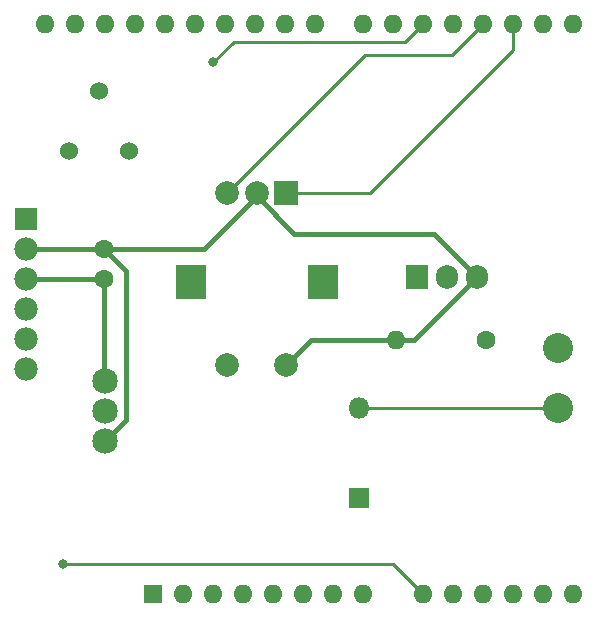
<source format=gbr>
%TF.GenerationSoftware,KiCad,Pcbnew,6.0.1-79c1e3a40b~116~ubuntu20.04.1*%
%TF.CreationDate,2022-01-29T19:32:22-05:00*%
%TF.ProjectId,Protogasm-Board-V2,50726f74-6f67-4617-936d-2d426f617264,rev?*%
%TF.SameCoordinates,Original*%
%TF.FileFunction,Copper,L1,Top*%
%TF.FilePolarity,Positive*%
%FSLAX46Y46*%
G04 Gerber Fmt 4.6, Leading zero omitted, Abs format (unit mm)*
G04 Created by KiCad (PCBNEW 6.0.1-79c1e3a40b~116~ubuntu20.04.1) date 2022-01-29 19:32:22*
%MOMM*%
%LPD*%
G01*
G04 APERTURE LIST*
%TA.AperFunction,ComponentPad*%
%ADD10C,1.600000*%
%TD*%
%TA.AperFunction,ComponentPad*%
%ADD11O,1.600000X1.600000*%
%TD*%
%TA.AperFunction,ComponentPad*%
%ADD12R,2.000000X2.000000*%
%TD*%
%TA.AperFunction,ComponentPad*%
%ADD13C,2.000000*%
%TD*%
%TA.AperFunction,ComponentPad*%
%ADD14R,2.500000X3.000000*%
%TD*%
%TA.AperFunction,ComponentPad*%
%ADD15R,1.905000X2.000000*%
%TD*%
%TA.AperFunction,ComponentPad*%
%ADD16O,1.905000X2.000000*%
%TD*%
%TA.AperFunction,ComponentPad*%
%ADD17C,2.159000*%
%TD*%
%TA.AperFunction,ComponentPad*%
%ADD18R,1.800000X1.800000*%
%TD*%
%TA.AperFunction,ComponentPad*%
%ADD19O,1.800000X1.800000*%
%TD*%
%TA.AperFunction,ComponentPad*%
%ADD20C,1.524000*%
%TD*%
%TA.AperFunction,ComponentPad*%
%ADD21C,2.540000*%
%TD*%
%TA.AperFunction,ComponentPad*%
%ADD22R,1.600000X1.600000*%
%TD*%
%TA.AperFunction,ComponentPad*%
%ADD23R,1.981200X1.981200*%
%TD*%
%TA.AperFunction,ComponentPad*%
%ADD24C,1.981200*%
%TD*%
%TA.AperFunction,ViaPad*%
%ADD25C,0.800000*%
%TD*%
%TA.AperFunction,Conductor*%
%ADD26C,0.381000*%
%TD*%
%TA.AperFunction,Conductor*%
%ADD27C,0.250000*%
%TD*%
G04 APERTURE END LIST*
D10*
%TO.P,R1,1*%
%TO.N,Net-(Q1-Pad1)*%
X165358000Y-100457000D03*
D11*
%TO.P,R1,2*%
%TO.N,GND*%
X157738000Y-100457000D03*
%TD*%
D12*
%TO.P,SW1,A,A*%
%TO.N,Net-(SW1-PadA)*%
X148416200Y-88011000D03*
D13*
%TO.P,SW1,B,B*%
%TO.N,Net-(SW1-PadB)*%
X143416200Y-88011000D03*
%TO.P,SW1,C,C*%
%TO.N,GND*%
X145916200Y-88011000D03*
D14*
%TO.P,SW1,MP*%
%TO.N,N/C*%
X140316200Y-95511000D03*
X151516200Y-95511000D03*
D13*
%TO.P,SW1,S1,S1*%
%TO.N,GND*%
X148416200Y-102511000D03*
%TO.P,SW1,S2,S2*%
%TO.N,Net-(SW1-PadS2)*%
X143416200Y-102511000D03*
%TD*%
D10*
%TO.P,C1,1*%
%TO.N,+5V*%
X132973000Y-95224600D03*
%TO.P,C1,2*%
%TO.N,GND*%
X132973000Y-92724600D03*
%TD*%
D15*
%TO.P,Q1,1,G*%
%TO.N,Net-(Q1-Pad1)*%
X159486600Y-95123000D03*
D16*
%TO.P,Q1,2,D*%
%TO.N,Net-(D1-Pad2)*%
X162026600Y-95123000D03*
%TO.P,Q1,3,S*%
%TO.N,GND*%
X164566600Y-95123000D03*
%TD*%
D17*
%TO.P,J1,1,+5V*%
%TO.N,+5V*%
X133096000Y-103886000D03*
%TO.P,J1,2,Data_Input*%
%TO.N,Net-(J1-Pad2)*%
X133096000Y-106426000D03*
%TO.P,J1,3,GND*%
%TO.N,GND*%
X133096000Y-108966000D03*
%TD*%
D18*
%TO.P,D1,1,K*%
%TO.N,+12V*%
X154563000Y-113817400D03*
D19*
%TO.P,D1,2,A*%
%TO.N,Net-(D1-Pad2)*%
X154563000Y-106197400D03*
%TD*%
D20*
%TO.P,R2,1,1*%
%TO.N,+5V*%
X130052000Y-84455000D03*
%TO.P,R2,2,2*%
%TO.N,Net-(R2-Pad2)*%
X132592000Y-79375000D03*
%TO.P,R2,3,3*%
%TO.N,GND*%
X135132000Y-84455000D03*
%TD*%
D21*
%TO.P,M1,1,+*%
%TO.N,+12V*%
X171454000Y-101092000D03*
%TO.P,M1,2,-*%
%TO.N,Net-(D1-Pad2)*%
X171454000Y-106172000D03*
%TD*%
D22*
%TO.P,U1,1,NC*%
%TO.N,unconnected-(U1-Pad1)*%
X137160000Y-121920000D03*
D11*
%TO.P,U1,2,IOREF*%
%TO.N,unconnected-(U1-Pad2)*%
X139700000Y-121920000D03*
%TO.P,U1,3,~{RESET}*%
%TO.N,unconnected-(U1-Pad3)*%
X142240000Y-121920000D03*
%TO.P,U1,4,3V3*%
%TO.N,unconnected-(U1-Pad4)*%
X144780000Y-121920000D03*
%TO.P,U1,5,+5V*%
%TO.N,+5V*%
X147320000Y-121920000D03*
%TO.P,U1,6,GND*%
%TO.N,unconnected-(U1-Pad6)*%
X149860000Y-121920000D03*
%TO.P,U1,7,GND*%
%TO.N,unconnected-(U1-Pad7)*%
X152400000Y-121920000D03*
%TO.P,U1,8,VIN*%
%TO.N,+12V*%
X154940000Y-121920000D03*
%TO.P,U1,9,A0*%
%TO.N,Net-(U1-Pad9)*%
X160020000Y-121920000D03*
%TO.P,U1,10,A1*%
%TO.N,unconnected-(U1-Pad10)*%
X162560000Y-121920000D03*
%TO.P,U1,11,A2*%
%TO.N,unconnected-(U1-Pad11)*%
X165100000Y-121920000D03*
%TO.P,U1,12,A3*%
%TO.N,unconnected-(U1-Pad12)*%
X167640000Y-121920000D03*
%TO.P,U1,13,SDA/A4*%
%TO.N,unconnected-(U1-Pad13)*%
X170180000Y-121920000D03*
%TO.P,U1,14,SCL/A5*%
%TO.N,unconnected-(U1-Pad14)*%
X172720000Y-121920000D03*
%TO.P,U1,15,D0/RX*%
%TO.N,unconnected-(U1-Pad15)*%
X172720000Y-73660000D03*
%TO.P,U1,16,D1/TX*%
%TO.N,unconnected-(U1-Pad16)*%
X170180000Y-73660000D03*
%TO.P,U1,17,D2*%
%TO.N,Net-(SW1-PadA)*%
X167640000Y-73660000D03*
%TO.P,U1,18,D3*%
%TO.N,Net-(SW1-PadB)*%
X165100000Y-73660000D03*
%TO.P,U1,19,D4*%
%TO.N,unconnected-(U1-Pad19)*%
X162560000Y-73660000D03*
%TO.P,U1,20,D5*%
%TO.N,Net-(SW1-PadS2)*%
X160020000Y-73660000D03*
%TO.P,U1,21,D6*%
%TO.N,unconnected-(U1-Pad21)*%
X157480000Y-73660000D03*
%TO.P,U1,22,D7*%
%TO.N,unconnected-(U1-Pad22)*%
X154940000Y-73660000D03*
%TO.P,U1,23,D8*%
%TO.N,unconnected-(U1-Pad23)*%
X150880000Y-73660000D03*
%TO.P,U1,24,D9*%
%TO.N,Net-(Q1-Pad1)*%
X148340000Y-73660000D03*
%TO.P,U1,25,D10*%
%TO.N,Net-(J1-Pad2)*%
X145800000Y-73660000D03*
%TO.P,U1,26,D11*%
%TO.N,unconnected-(U1-Pad26)*%
X143260000Y-73660000D03*
%TO.P,U1,27,D12*%
%TO.N,unconnected-(U1-Pad27)*%
X140720000Y-73660000D03*
%TO.P,U1,28,D13*%
%TO.N,unconnected-(U1-Pad28)*%
X138180000Y-73660000D03*
%TO.P,U1,29,GND*%
%TO.N,GND*%
X135640000Y-73660000D03*
%TO.P,U1,30,AREF*%
%TO.N,Net-(R2-Pad2)*%
X133100000Y-73660000D03*
%TO.P,U1,31,SDA/A4*%
%TO.N,unconnected-(U1-Pad31)*%
X130560000Y-73660000D03*
%TO.P,U1,32,SCL/A5*%
%TO.N,unconnected-(U1-Pad32)*%
X128020000Y-73660000D03*
%TD*%
D23*
%TO.P,U2,1,Vout*%
%TO.N,Net-(U1-Pad9)*%
X126369000Y-90220800D03*
D24*
%TO.P,U2,2,GND*%
%TO.N,GND*%
X126369000Y-92760800D03*
%TO.P,U2,3,VCC*%
%TO.N,+5V*%
X126369000Y-95300800D03*
%TO.P,U2,4,V1*%
%TO.N,unconnected-(U2-Pad4)*%
X126369000Y-97840800D03*
%TO.P,U2,5,V2*%
%TO.N,unconnected-(U2-Pad5)*%
X126369000Y-100380800D03*
%TO.P,U2,6,V_Ex*%
%TO.N,unconnected-(U2-Pad6)*%
X126369000Y-102920800D03*
%TD*%
D25*
%TO.N,Net-(SW1-PadS2)*%
X142240000Y-76924511D03*
%TO.N,Net-(U1-Pad9)*%
X129540000Y-119380000D03*
%TD*%
D26*
%TO.N,+5V*%
X132973000Y-95224600D02*
X132973000Y-103763000D01*
X132973000Y-103763000D02*
X133096000Y-103886000D01*
X126445200Y-95224600D02*
X126369000Y-95300800D01*
X132973000Y-95224600D02*
X126445200Y-95224600D01*
%TO.N,GND*%
X132973000Y-92724600D02*
X126405200Y-92724600D01*
X141463400Y-92724600D02*
X132973000Y-92724600D01*
X145916200Y-88011000D02*
X145916200Y-88271800D01*
X157738000Y-100457000D02*
X150470200Y-100457000D01*
X145916200Y-88011000D02*
X145916200Y-88258200D01*
X134874000Y-94625600D02*
X134874000Y-107188000D01*
X145916200Y-88258200D02*
X149098000Y-91440000D01*
X164566600Y-95123000D02*
X159232600Y-100457000D01*
X132973000Y-92724600D02*
X134874000Y-94625600D01*
X126405200Y-92724600D02*
X126369000Y-92760800D01*
X160883600Y-91440000D02*
X164566600Y-95123000D01*
X159232600Y-100457000D02*
X157738000Y-100457000D01*
X145916200Y-88271800D02*
X141463400Y-92724600D01*
X134874000Y-107188000D02*
X133096000Y-108966000D01*
X150470200Y-100457000D02*
X148416200Y-102511000D01*
X149098000Y-91440000D02*
X160883600Y-91440000D01*
D27*
%TO.N,Net-(D1-Pad2)*%
X154563000Y-106197400D02*
X171428600Y-106197400D01*
X171428600Y-106197400D02*
X171454000Y-106172000D01*
%TO.N,Net-(SW1-PadS2)*%
X142240000Y-76924511D02*
X143980511Y-75184000D01*
X143980511Y-75184000D02*
X158496000Y-75184000D01*
X158496000Y-75184000D02*
X160020000Y-73660000D01*
%TO.N,Net-(SW1-PadB)*%
X162421521Y-76338479D02*
X165100000Y-73660000D01*
X155088721Y-76338479D02*
X162421521Y-76338479D01*
X143416200Y-88011000D02*
X155088721Y-76338479D01*
%TO.N,Net-(SW1-PadA)*%
X155483127Y-88011000D02*
X148416200Y-88011000D01*
X167640000Y-75854127D02*
X155483127Y-88011000D01*
X167640000Y-73660000D02*
X167640000Y-75854127D01*
%TO.N,Net-(U1-Pad9)*%
X157480000Y-119380000D02*
X160020000Y-121920000D01*
X129540000Y-119380000D02*
X157480000Y-119380000D01*
%TD*%
M02*

</source>
